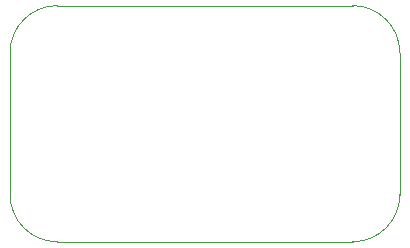
<source format=gbr>
G04 #@! TF.GenerationSoftware,KiCad,Pcbnew,(5.1.2-1)-1*
G04 #@! TF.CreationDate,2020-04-24T16:50:01+02:00*
G04 #@! TF.ProjectId,USB-C-Power-tester,5553422d-432d-4506-9f77-65722d746573,rev?*
G04 #@! TF.SameCoordinates,Original*
G04 #@! TF.FileFunction,Profile,NP*
%FSLAX46Y46*%
G04 Gerber Fmt 4.6, Leading zero omitted, Abs format (unit mm)*
G04 Created by KiCad (PCBNEW (5.1.2-1)-1) date 2020-04-24 16:50:01*
%MOMM*%
%LPD*%
G04 APERTURE LIST*
%ADD10C,0.050000*%
G04 APERTURE END LIST*
D10*
X95000000Y-57000000D02*
G75*
G02X99000000Y-61000000I0J-4000000D01*
G01*
X66000000Y-61000000D02*
G75*
G02X70000000Y-57000000I4000000J0D01*
G01*
X70000000Y-77000000D02*
G75*
G02X66000000Y-73000000I0J4000000D01*
G01*
X99000000Y-73000000D02*
G75*
G02X95000000Y-77000000I-4000000J0D01*
G01*
X70000000Y-77000000D02*
X95000000Y-77000000D01*
X66000000Y-61000000D02*
X66000000Y-73000000D01*
X95000000Y-57000000D02*
X70000000Y-57000000D01*
X99000000Y-73000000D02*
X99000000Y-61000000D01*
M02*

</source>
